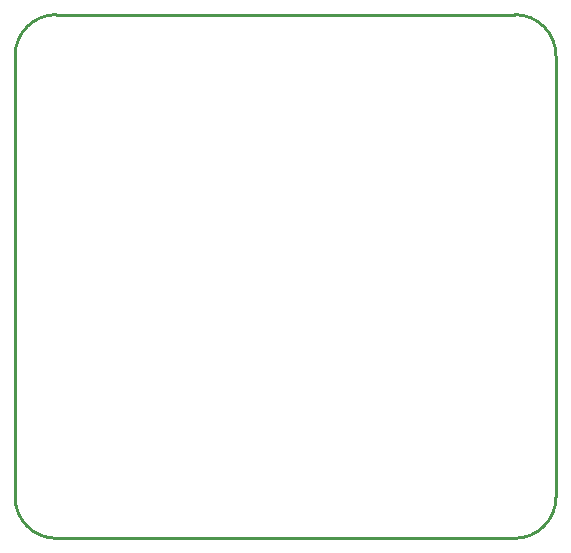
<source format=gbr>
%TF.GenerationSoftware,KiCad,Pcbnew,9.0.3*%
%TF.CreationDate,2025-10-25T00:12:06-05:00*%
%TF.ProjectId,PS-PowerSelectorPCB,50532d50-6f77-4657-9253-656c6563746f,rev?*%
%TF.SameCoordinates,Original*%
%TF.FileFunction,Profile,NP*%
%FSLAX46Y46*%
G04 Gerber Fmt 4.6, Leading zero omitted, Abs format (unit mm)*
G04 Created by KiCad (PCBNEW 9.0.3) date 2025-10-25 00:12:06*
%MOMM*%
%LPD*%
G01*
G04 APERTURE LIST*
%TA.AperFunction,Profile*%
%ADD10C,0.250000*%
%TD*%
G04 APERTURE END LIST*
D10*
X119725000Y-86250000D02*
X119725000Y-123600000D01*
X77425000Y-127100000D02*
G75*
G02*
X73925000Y-123600000I0J3500000D01*
G01*
X119725000Y-123600000D02*
G75*
G02*
X116225000Y-127100000I-3500000J0D01*
G01*
X116225000Y-127100000D02*
X77425000Y-127100000D01*
X116225000Y-82750000D02*
G75*
G02*
X119725000Y-86250000I0J-3500000D01*
G01*
X73925000Y-123600000D02*
X73925000Y-86250000D01*
X73925000Y-86250000D02*
G75*
G02*
X77425000Y-82750000I3500000J0D01*
G01*
X77425000Y-82750000D02*
X116225000Y-82750000D01*
M02*

</source>
